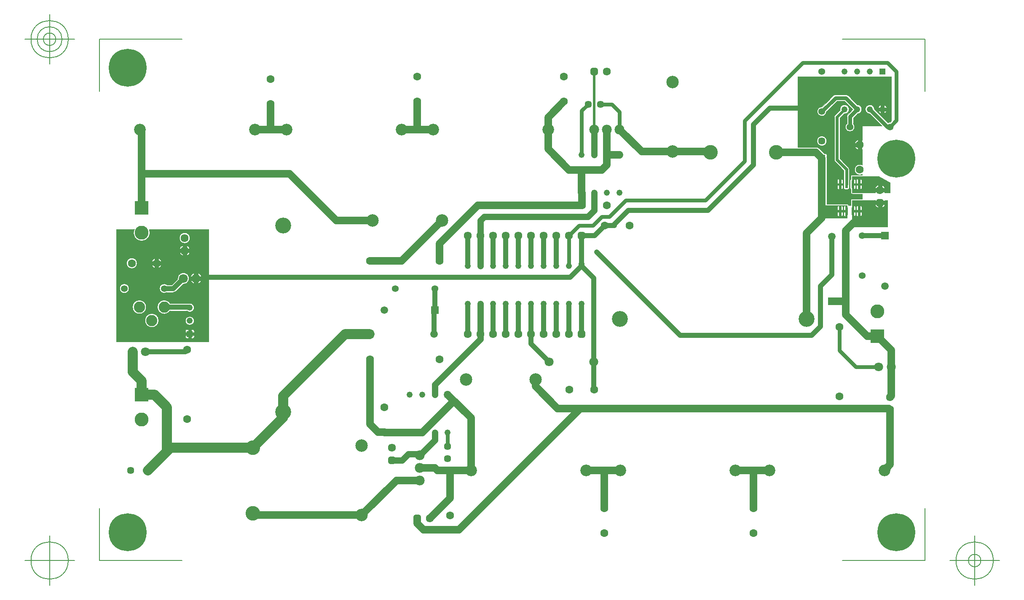
<source format=gbr>
G04 Generated by Ultiboard 13.0 *
%FSLAX25Y25*%
%MOIN*%

%ADD10C,0.00001*%
%ADD11C,0.00005*%
%ADD12C,0.06000*%
%ADD13C,0.05000*%
%ADD14C,0.03000*%
%ADD15C,0.08000*%
%ADD16C,0.04000*%
%ADD17C,0.02000*%
%ADD18C,0.02300*%
%ADD19C,0.00500*%
%ADD20C,0.09200*%
%ADD21C,0.06299*%
%ADD22C,0.07834*%
%ADD23C,0.05709*%
%ADD24C,0.11024*%
%ADD25R,0.11024X0.11024*%
%ADD26C,0.04900*%
%ADD27R,0.04900X0.04900*%
%ADD28C,0.12598*%
%ADD29R,0.02083X0.02083*%
%ADD30C,0.03917*%
%ADD31C,0.06334*%
%ADD32C,0.09843*%
%ADD33C,0.07087*%
%ADD34C,0.05906*%
%ADD35R,0.05906X0.05906*%
%ADD36C,0.08858*%
%ADD37C,0.05354*%
%ADD38C,0.03937*%
%ADD39C,0.11574*%
%ADD40R,0.05709X0.05709*%
%ADD41C,0.30000*%
%ADD42R,0.02362X0.06102*%


G04 ColorRGB 00FF00 for the following layer *
%LNCopper Top*%
%LPD*%
G54D10*
G36*
X594000Y285010D02*
X594000Y285010D01*
X602000Y285010D01*
X602000Y288990D01*
X594000Y288990D01*
G75*
D01*
G02X592990Y290000I0J1010*
G01*
X592990Y290000D01*
X592990Y292627D01*
G75*
D01*
G02X592312Y293579I329J952*
G01*
X592312Y293579D01*
X592312Y299681D01*
G74*
D01*
G02X592990Y300633I1007J0*
G01*
X592990Y300633D01*
X592990Y303000D01*
G75*
D01*
G02X594000Y304010I1010J0*
G01*
X594000Y304010D01*
X599807Y304010D01*
G75*
D01*
G02X602000Y311796I197J4146*
G01*
X602000Y311796D01*
X602000Y324204D01*
G74*
D01*
G02X601472Y323960I2001J3638*
G01*
X601472Y323960D01*
X601472Y326370D01*
X602000Y326370D01*
X602000Y329315D01*
X601472Y329315D01*
X601472Y331725D01*
G74*
D01*
G02X602000Y331481I1473J3881*
G01*
X602000Y331481D01*
X602000Y343000D01*
X617444Y343000D01*
X608077Y352367D01*
G75*
D01*
G02X611633Y355923I-76J3632*
G01*
X611633Y355923D01*
X622212Y345344D01*
G75*
D01*
G02X623869Y345678I1536J-3343*
G01*
X623869Y345678D01*
X625000Y346808D01*
X625000Y382000D01*
X551000Y382000D01*
X551000Y326022D01*
X565110Y326022D01*
G74*
D01*
G02X567957Y324841I0J4022*
G01*
X567957Y324841D01*
X571826Y320972D01*
X572854Y320972D01*
G74*
D01*
G02X573862Y319965I1J1007*
G01*
X573862Y319965D01*
X573862Y318234D01*
G74*
D01*
G02X574022Y317110I3862J1123*
G01*
X574022Y317110D01*
X574022Y281010D01*
X590000Y281010D01*
G74*
D01*
G02X591010Y280000I0J1010*
G01*
X591010Y280000D01*
X592990Y280000D01*
X592990Y284000D01*
G75*
D01*
G02X594000Y285010I1010J0*
G01*
D02*
G37*
%LPC*%
G36*
X616317Y356478D02*
G75*
D01*
G02X616317Y356478I1683J-478*
G01*
D02*
G37*
G36*
X587465Y352406D02*
X587465Y352406D01*
X584163Y349104D01*
X584163Y316896D01*
X591027Y310032D01*
G74*
D01*
G02X591663Y308500I1527J1532*
G01*
X591663Y308500D01*
X591663Y299906D01*
G74*
D01*
G02X591688Y299681I982J223*
G01*
X591688Y299681D01*
X591688Y293579D01*
G75*
D01*
G02X590681Y292571I-1007J-1*
G01*
X590681Y292571D01*
X588319Y292571D01*
G75*
D01*
G02X587312Y293579I1J1008*
G01*
X587312Y293579D01*
X587312Y299681D01*
G74*
D01*
G02X587337Y299906I1007J2*
G01*
X587337Y299906D01*
X587337Y307604D01*
X580471Y314471D01*
G75*
D01*
G02X579837Y316003I1528J1530*
G01*
X579837Y316003D01*
X579837Y349996D01*
G75*
D01*
G02X580471Y351529I2163J3*
G01*
X580471Y351529D01*
X584406Y355465D01*
G75*
D01*
G02X587465Y352406I3593J534*
G01*
D02*
G37*
G36*
X594367Y356077D02*
X594367Y356077D01*
X593965Y356478D01*
X593965Y356478D01*
X587958Y362485D01*
X581790Y362485D01*
X575783Y356478D01*
X575783Y356478D01*
X573678Y354373D01*
G75*
D01*
G02X570121Y357930I-3677J-120*
G01*
X570121Y357930D01*
X578970Y366778D01*
G74*
D01*
G02X580102Y367430I1778J1778*
G01*
G75*
D01*
G02X580748Y367515I648J-2429*
G01*
X580748Y367515D01*
X588996Y367515D01*
G75*
D01*
G02X589910Y367344I2J-2515*
G01*
G74*
D01*
G02X590781Y366775I910J2344*
G01*
X590781Y366775D01*
X597923Y359633D01*
G75*
D01*
G02X597923Y352367I0J-3633*
G01*
X597923Y352367D01*
X594767Y349210D01*
X594767Y344686D01*
G75*
D01*
G02X589737Y344686I-2515J-2685*
G01*
X589737Y344686D01*
X589737Y350249D01*
G75*
D01*
G02X590474Y352030I2515J2*
G01*
X590474Y352030D01*
X594367Y355923D01*
G75*
D01*
G02X594367Y356077I3632J77*
G01*
D02*
G37*
G36*
X600974Y327174D02*
G75*
D01*
G02X600974Y327174I-974J669*
G01*
D02*
G37*
G36*
X621397Y354711D02*
G74*
D01*
G02X619289Y352603I3397J1289*
G01*
X619289Y352603D01*
X619289Y354711D01*
X621397Y354711D01*
D02*
G37*
G36*
X616711Y352603D02*
G74*
D01*
G02X614603Y354711I1289J3397*
G01*
X614603Y354711D01*
X616711Y354711D01*
X616711Y352603D01*
D02*
G37*
G36*
X614603Y357289D02*
G74*
D01*
G02X616711Y359397I3397J1289*
G01*
X616711Y359397D01*
X616711Y357289D01*
X614603Y357289D01*
D02*
G37*
G36*
X619289Y359397D02*
G74*
D01*
G02X621397Y357289I1289J3397*
G01*
X621397Y357289D01*
X619289Y357289D01*
X619289Y359397D01*
D02*
G37*
G36*
X582312Y293579D02*
X582312Y293579D01*
X582312Y295854D01*
X583724Y295854D01*
X583724Y292571D01*
X583319Y292571D01*
G75*
D01*
G02X582312Y293579I1J1008*
G01*
D02*
G37*
G36*
X583319Y300688D02*
X583319Y300688D01*
X583724Y300688D01*
X583724Y297406D01*
X582312Y297406D01*
X582312Y299681D01*
G75*
D01*
G02X583319Y300688I1007J0*
G01*
D02*
G37*
G36*
X585681Y300688D02*
G74*
D01*
G02X586688Y299681I0J1007*
G01*
X586688Y299681D01*
X586688Y297406D01*
X585276Y297406D01*
X585276Y300688D01*
X585681Y300688D01*
D02*
G37*
G36*
X585681Y292571D02*
X585681Y292571D01*
X585276Y292571D01*
X585276Y295854D01*
X586688Y295854D01*
X586688Y293579D01*
G75*
D01*
G02X585681Y292571I-1007J-1*
G01*
D02*
G37*
G36*
X566143Y330890D02*
G75*
D01*
G02X566143Y330890I3857J0*
G01*
D02*
G37*
G36*
X596118Y329315D02*
G74*
D01*
G02X598528Y331725I3881J1471*
G01*
X598528Y331725D01*
X598528Y329315D01*
X596118Y329315D01*
D02*
G37*
G36*
X598528Y323960D02*
G74*
D01*
G02X596118Y326370I1472J3882*
G01*
X596118Y326370D01*
X598528Y326370D01*
X598528Y323960D01*
D02*
G37*
%LPD*%
G36*
X26139Y261000D02*
G75*
D01*
G03X37861Y261000I5861J-2843*
G01*
X37861Y261000D01*
X85000Y261000D01*
X85000Y172000D01*
X12000Y172000D01*
X12000Y261000D01*
X26139Y261000D01*
D02*
G37*
%LPC*%
G36*
X71226Y176751D02*
X71226Y176751D01*
X71226Y174543D01*
X72450Y174543D01*
G75*
D01*
G03X73457Y175550I0J1007*
G01*
X73457Y175550D01*
X73457Y176774D01*
X71249Y176774D01*
G75*
D01*
G03X71249Y179226I-1249J1226*
G01*
X71249Y179226D01*
X73457Y179226D01*
X73457Y180450D01*
G74*
D01*
G03X72450Y181457I1007J0*
G01*
X72450Y181457D01*
X71226Y181457D01*
X71226Y179249D01*
G75*
D01*
G03X68774Y179249I-1226J-1249*
G01*
X68774Y179249D01*
X68774Y181457D01*
X67550Y181457D01*
G75*
D01*
G03X66543Y180450I0J-1007*
G01*
X66543Y180450D01*
X66543Y179226D01*
X68751Y179226D01*
G75*
D01*
G03X68751Y176774I1249J-1226*
G01*
X68751Y176774D01*
X66543Y176774D01*
X66543Y175550D01*
G75*
D01*
G03X67550Y174543I1007J0*
G01*
X67550Y174543D01*
X68774Y174543D01*
X68774Y176751D01*
G75*
D01*
G03X71226Y176751I1226J1249*
G01*
D02*
G37*
G36*
X66548Y188433D02*
G75*
D01*
G03X66548Y188433I3452J0*
G01*
D02*
G37*
G36*
X34568Y188685D02*
G75*
D01*
G03X34568Y188685I5432J0*
G01*
D02*
G37*
G36*
X24726Y199315D02*
G75*
D01*
G03X24726Y199315I5431J0*
G01*
D02*
G37*
G36*
X67693Y196298D02*
G75*
D01*
G03X69862Y202316I2306J2569*
G01*
G74*
D01*
G03X69551Y202332I310J3001*
G01*
X69551Y202332D01*
X54359Y202332D01*
G75*
D01*
G03X54359Y196298I-4516J-3017*
G01*
X54359Y196298D01*
X67693Y196298D01*
D02*
G37*
G36*
X14572Y214000D02*
G75*
D01*
G03X14572Y214000I3680J0*
G01*
D02*
G37*
G36*
X70750Y223612D02*
X70750Y223612D01*
X73388Y223612D01*
X73388Y226250D01*
G74*
D01*
G03X70750Y223612I1612J4250*
G01*
D02*
G37*
G36*
X76612Y226250D02*
X76612Y226250D01*
X76612Y223612D01*
X79250Y223612D01*
G74*
D01*
G03X76612Y226250I4250J1612*
G01*
D02*
G37*
G36*
X79250Y220388D02*
X79250Y220388D01*
X76612Y220388D01*
X76612Y217750D01*
G74*
D01*
G03X79250Y220388I1612J4250*
G01*
D02*
G37*
G36*
X73388Y217750D02*
X73388Y217750D01*
X73388Y220388D01*
X70750Y220388D01*
G74*
D01*
G03X73388Y217750I4250J1612*
G01*
D02*
G37*
G36*
X73031Y222000D02*
G75*
D01*
G03X73031Y222000I1969J0*
G01*
D02*
G37*
G36*
X60462Y221729D02*
X60462Y221729D01*
X55750Y217017D01*
X51855Y217017D01*
G75*
D01*
G03X51855Y210983I-2105J-3017*
G01*
X51855Y210983D01*
X56999Y210983D01*
G75*
D01*
G03X57043Y210983I22J3017*
G01*
G74*
D01*
G03X59136Y211870I44J3017*
G01*
X59136Y211870D01*
X64729Y217462D01*
G75*
D01*
G03X60462Y221729I271J4538*
G01*
D02*
G37*
G36*
X20005Y234000D02*
G75*
D01*
G03X20005Y234000I4152J0*
G01*
D02*
G37*
G36*
X39960Y235472D02*
X39960Y235472D01*
X42370Y235472D01*
X42370Y237882D01*
G74*
D01*
G03X39960Y235472I1472J3882*
G01*
D02*
G37*
G36*
X45315Y237882D02*
X45315Y237882D01*
X45315Y235472D01*
X47725Y235472D01*
G74*
D01*
G03X45315Y237882I3881J1471*
G01*
D02*
G37*
G36*
X47725Y232528D02*
X47725Y232528D01*
X45315Y232528D01*
X45315Y230118D01*
G74*
D01*
G03X47725Y232528I1471J3881*
G01*
D02*
G37*
G36*
X42370Y230118D02*
X42370Y230118D01*
X42370Y232528D01*
X39960Y232528D01*
G74*
D01*
G03X42370Y230118I3882J1472*
G01*
D02*
G37*
G36*
X42661Y234000D02*
G75*
D01*
G03X42661Y234000I1182J0*
G01*
D02*
G37*
G36*
X67424Y240008D02*
G74*
D01*
G03X69992Y242576I381J2949*
G01*
X69992Y242576D01*
X67424Y242576D01*
X67424Y240008D01*
D02*
G37*
G36*
X69992Y245424D02*
G74*
D01*
G03X67424Y247992I2949J381*
G01*
X67424Y247992D01*
X67424Y245424D01*
X69992Y245424D01*
D02*
G37*
G36*
X64576Y247992D02*
G74*
D01*
G03X62008Y245424I381J2949*
G01*
X62008Y245424D01*
X64576Y245424D01*
X64576Y247992D01*
D02*
G37*
G36*
X62008Y242576D02*
G74*
D01*
G03X64576Y240008I2950J382*
G01*
X64576Y240008D01*
X64576Y242576D01*
X62008Y242576D01*
D02*
G37*
G36*
X64042Y244000D02*
G75*
D01*
G03X64042Y244000I1958J0*
G01*
D02*
G37*
G36*
X61831Y254000D02*
G75*
D01*
G03X61831Y254000I4169J0*
G01*
D02*
G37*
%LPD*%
G36*
X612142Y284000D02*
G74*
D01*
G03X612008Y283424I2816J959*
G01*
X612008Y283424D01*
X614576Y283424D01*
X614576Y284000D01*
X617424Y284000D01*
X617424Y283424D01*
X619992Y283424D01*
G74*
D01*
G03X619858Y284000I2949J383*
G01*
X619858Y284000D01*
X622000Y284000D01*
X622000Y263000D01*
X594000Y263000D01*
X594000Y284000D01*
X612142Y284000D01*
D02*
G37*
%LPC*%
G36*
X596688Y278421D02*
G74*
D01*
G03X595681Y279429I1007J1*
G01*
X595681Y279429D01*
X595276Y279429D01*
X595276Y276146D01*
X596688Y276146D01*
X596688Y278421D01*
D02*
G37*
G36*
X595681Y271312D02*
G75*
D01*
G03X596688Y272319I0J1007*
G01*
X596688Y272319D01*
X596688Y274594D01*
X595276Y274594D01*
X595276Y271312D01*
X595681Y271312D01*
D02*
G37*
G36*
X598319Y279429D02*
G75*
D01*
G03X597312Y278421I1J-1008*
G01*
X597312Y278421D01*
X597312Y276146D01*
X598724Y276146D01*
X598724Y279429D01*
X598319Y279429D01*
D02*
G37*
G36*
X601688Y278421D02*
G74*
D01*
G03X600681Y279429I1007J1*
G01*
X600681Y279429D01*
X600276Y279429D01*
X600276Y276146D01*
X601688Y276146D01*
X601688Y278421D01*
D02*
G37*
G36*
X600681Y271312D02*
G75*
D01*
G03X601688Y272319I0J1007*
G01*
X601688Y272319D01*
X601688Y274594D01*
X600276Y274594D01*
X600276Y271312D01*
X600681Y271312D01*
D02*
G37*
G36*
X598319Y271312D02*
X598319Y271312D01*
X598724Y271312D01*
X598724Y274594D01*
X597312Y274594D01*
X597312Y272319D01*
G75*
D01*
G03X598319Y271312I1007J0*
G01*
D02*
G37*
G36*
X617424Y278008D02*
G74*
D01*
G03X619992Y280576I382J2950*
G01*
X619992Y280576D01*
X617424Y280576D01*
X617424Y278008D01*
D02*
G37*
G36*
X612008Y280576D02*
G74*
D01*
G03X614576Y278008I2950J382*
G01*
X614576Y278008D01*
X614576Y280576D01*
X612008Y280576D01*
D02*
G37*
G36*
X614042Y282000D02*
G75*
D01*
G03X614042Y282000I1958J0*
G01*
D02*
G37*
%LPD*%
G36*
X619899Y290521D02*
X619899Y290521D01*
X617479Y290521D01*
X617479Y290000D01*
X614521Y290000D01*
X614521Y290521D01*
X612101Y290521D01*
G74*
D01*
G03X612341Y290000I3898J1480*
G01*
X612341Y290000D01*
X594000Y290000D01*
X594000Y303000D01*
X615000Y303000D01*
X624000Y298000D01*
X624000Y290000D01*
X619659Y290000D01*
G74*
D01*
G03X619899Y290521I3658J2001*
G01*
D02*
G37*
%LPC*%
G36*
X600681Y292571D02*
G75*
D01*
G03X601688Y293579I-1J1008*
G01*
X601688Y293579D01*
X601688Y295854D01*
X600276Y295854D01*
X600276Y292571D01*
X600681Y292571D01*
D02*
G37*
G36*
X597312Y293579D02*
G75*
D01*
G03X598319Y292571I1007J-1*
G01*
X598319Y292571D01*
X598724Y292571D01*
X598724Y295854D01*
X597312Y295854D01*
X597312Y293579D01*
D02*
G37*
G36*
X598319Y300688D02*
G75*
D01*
G03X597312Y299681I0J-1007*
G01*
X597312Y299681D01*
X597312Y297406D01*
X598724Y297406D01*
X598724Y300688D01*
X598319Y300688D01*
D02*
G37*
G36*
X600681Y300688D02*
X600681Y300688D01*
X600276Y300688D01*
X600276Y297406D01*
X601688Y297406D01*
X601688Y299681D01*
G74*
D01*
G03X600681Y300688I1007J0*
G01*
D02*
G37*
G36*
X595681Y292571D02*
G75*
D01*
G03X596688Y293579I-1J1008*
G01*
X596688Y293579D01*
X596688Y295854D01*
X595276Y295854D01*
X595276Y292571D01*
X595681Y292571D01*
D02*
G37*
G36*
X595681Y300688D02*
X595681Y300688D01*
X595276Y300688D01*
X595276Y297406D01*
X596688Y297406D01*
X596688Y299681D01*
G74*
D01*
G03X595681Y300688I1007J0*
G01*
D02*
G37*
G36*
X612101Y293479D02*
X612101Y293479D01*
X614521Y293479D01*
X614521Y295899D01*
G74*
D01*
G03X612101Y293479I1479J3899*
G01*
D02*
G37*
G36*
X617479Y295899D02*
X617479Y295899D01*
X617479Y293479D01*
X619899Y293479D01*
G74*
D01*
G03X617479Y295899I3899J1479*
G01*
D02*
G37*
G36*
X614250Y292000D02*
G75*
D01*
G03X614250Y292000I1750J0*
G01*
D02*
G37*
%LPD*%
G36*
X570000Y280000D02*
X570000Y280000D01*
X590000Y280000D01*
X590000Y270000D01*
X570000Y270000D01*
X570000Y280000D01*
D02*
G37*
%LPC*%
G36*
X583319Y279429D02*
G75*
D01*
G03X582312Y278421I1J-1008*
G01*
X582312Y278421D01*
X582312Y276146D01*
X583724Y276146D01*
X583724Y279429D01*
X583319Y279429D01*
D02*
G37*
G36*
X586688Y278421D02*
G74*
D01*
G03X585681Y279429I1007J1*
G01*
X585681Y279429D01*
X585276Y279429D01*
X585276Y276146D01*
X586688Y276146D01*
X586688Y278421D01*
D02*
G37*
G36*
X585681Y271312D02*
G75*
D01*
G03X586688Y272319I0J1007*
G01*
X586688Y272319D01*
X586688Y274594D01*
X585276Y274594D01*
X585276Y271312D01*
X585681Y271312D01*
D02*
G37*
G36*
X583319Y271312D02*
X583319Y271312D01*
X583724Y271312D01*
X583724Y274594D01*
X582312Y274594D01*
X582312Y272319D01*
G75*
D01*
G03X583319Y271312I1007J0*
G01*
D02*
G37*
G36*
X588319Y279429D02*
G75*
D01*
G03X587312Y278421I1J-1008*
G01*
X587312Y278421D01*
X587312Y276146D01*
X588724Y276146D01*
X588724Y279429D01*
X588319Y279429D01*
D02*
G37*
G36*
X588319Y271312D02*
X588319Y271312D01*
X588724Y271312D01*
X588724Y274594D01*
X587312Y274594D01*
X587312Y272319D01*
G75*
D01*
G03X588319Y271312I1007J0*
G01*
D02*
G37*
%LPD*%
G36*
X600193Y304010D02*
G74*
D01*
G03X602000Y304519I193J4147*
G01*
X602000Y304519D01*
X602000Y304010D01*
X600193Y304010D01*
D02*
G37*
G54D11*
X71226Y176751D02*
X71226Y174543D01*
X72450Y174543D01*
G75*
D01*
G03X73457Y175550I0J1007*
G01*
X73457Y176774D01*
X71249Y176774D01*
G75*
D01*
G03X71249Y179226I-1249J1226*
G01*
X73457Y179226D01*
X73457Y180450D01*
G74*
D01*
G03X72450Y181457I1007J0*
G01*
X71226Y181457D01*
X71226Y179249D01*
G75*
D01*
G03X68774Y179249I-1226J-1249*
G01*
X68774Y181457D01*
X67550Y181457D01*
G75*
D01*
G03X66543Y180450I0J-1007*
G01*
X66543Y179226D01*
X68751Y179226D01*
G75*
D01*
G03X68751Y176774I1249J-1226*
G01*
X66543Y176774D01*
X66543Y175550D01*
G75*
D01*
G03X67550Y174543I1007J0*
G01*
X68774Y174543D01*
X68774Y176751D01*
G75*
D01*
G03X71226Y176751I1226J1249*
G01*
X66548Y188433D02*
G75*
D01*
G03X66548Y188433I3452J0*
G01*
X34568Y188685D02*
G75*
D01*
G03X34568Y188685I5432J0*
G01*
X24726Y199315D02*
G75*
D01*
G03X24726Y199315I5431J0*
G01*
X67693Y196298D02*
G75*
D01*
G03X69862Y202316I2306J2569*
G01*
G74*
D01*
G03X69551Y202332I310J3001*
G01*
X54359Y202332D01*
G75*
D01*
G03X54359Y196298I-4516J-3017*
G01*
X67693Y196298D01*
X14572Y214000D02*
G75*
D01*
G03X14572Y214000I3680J0*
G01*
X70750Y223612D02*
X73388Y223612D01*
X73388Y226250D01*
G74*
D01*
G03X70750Y223612I1612J4250*
G01*
X76612Y226250D02*
X76612Y223612D01*
X79250Y223612D01*
G74*
D01*
G03X76612Y226250I4250J1612*
G01*
X79250Y220388D02*
X76612Y220388D01*
X76612Y217750D01*
G74*
D01*
G03X79250Y220388I1612J4250*
G01*
X73388Y217750D02*
X73388Y220388D01*
X70750Y220388D01*
G74*
D01*
G03X73388Y217750I4250J1612*
G01*
X73031Y222000D02*
G75*
D01*
G03X73031Y222000I1969J0*
G01*
X60462Y221729D02*
X55750Y217017D01*
X51855Y217017D01*
G75*
D01*
G03X51855Y210983I-2105J-3017*
G01*
X56999Y210983D01*
G75*
D01*
G03X57043Y210983I22J3017*
G01*
G74*
D01*
G03X59136Y211870I44J3017*
G01*
X64729Y217462D01*
G75*
D01*
G03X60462Y221729I271J4538*
G01*
X20005Y234000D02*
G75*
D01*
G03X20005Y234000I4152J0*
G01*
X39960Y235472D02*
X42370Y235472D01*
X42370Y237882D01*
G74*
D01*
G03X39960Y235472I1472J3882*
G01*
X45315Y237882D02*
X45315Y235472D01*
X47725Y235472D01*
G74*
D01*
G03X45315Y237882I3881J1471*
G01*
X47725Y232528D02*
X45315Y232528D01*
X45315Y230118D01*
G74*
D01*
G03X47725Y232528I1471J3881*
G01*
X42370Y230118D02*
X42370Y232528D01*
X39960Y232528D01*
G74*
D01*
G03X42370Y230118I3882J1472*
G01*
X42661Y234000D02*
G75*
D01*
G03X42661Y234000I1182J0*
G01*
X67424Y240008D02*
G74*
D01*
G03X69992Y242576I381J2949*
G01*
X67424Y242576D01*
X67424Y240008D01*
X69992Y245424D02*
G74*
D01*
G03X67424Y247992I2949J381*
G01*
X67424Y245424D01*
X69992Y245424D01*
X64576Y247992D02*
G74*
D01*
G03X62008Y245424I381J2949*
G01*
X64576Y245424D01*
X64576Y247992D01*
X62008Y242576D02*
G74*
D01*
G03X64576Y240008I2950J382*
G01*
X64576Y242576D01*
X62008Y242576D01*
X64042Y244000D02*
G75*
D01*
G03X64042Y244000I1958J0*
G01*
X61831Y254000D02*
G75*
D01*
G03X61831Y254000I4169J0*
G01*
X26139Y261000D02*
G75*
D01*
G03X37861Y261000I5861J-2843*
G01*
X85000Y261000D01*
X85000Y172000D01*
X12000Y172000D01*
X12000Y261000D01*
X26139Y261000D01*
X616317Y356478D02*
G75*
D01*
G02X616317Y356478I1683J-478*
G01*
X587465Y352406D02*
X584163Y349104D01*
X584163Y316896D01*
X591027Y310032D01*
G74*
D01*
G02X591663Y308500I1527J1532*
G01*
X591663Y299906D01*
G74*
D01*
G02X591688Y299681I982J223*
G01*
X591688Y293579D01*
G75*
D01*
G02X590681Y292571I-1007J-1*
G01*
X588319Y292571D01*
G75*
D01*
G02X587312Y293579I1J1008*
G01*
X587312Y299681D01*
G74*
D01*
G02X587337Y299906I1007J2*
G01*
X587337Y307604D01*
X580471Y314471D01*
G75*
D01*
G02X579837Y316003I1528J1530*
G01*
X579837Y349996D01*
G75*
D01*
G02X580471Y351529I2163J3*
G01*
X584406Y355465D01*
G75*
D01*
G02X587465Y352406I3593J534*
G01*
X594367Y356077D02*
X593965Y356478D01*
X593965Y356478D01*
X587958Y362485D01*
X581790Y362485D01*
X575783Y356478D01*
X575783Y356478D01*
X573678Y354373D01*
G75*
D01*
G02X570121Y357930I-3677J-120*
G01*
X578970Y366778D01*
G74*
D01*
G02X580102Y367430I1778J1778*
G01*
G75*
D01*
G02X580748Y367515I648J-2429*
G01*
X588996Y367515D01*
G75*
D01*
G02X589910Y367344I2J-2515*
G01*
G74*
D01*
G02X590781Y366775I910J2344*
G01*
X597923Y359633D01*
G75*
D01*
G02X597923Y352367I0J-3633*
G01*
X594767Y349210D01*
X594767Y344686D01*
G75*
D01*
G02X589737Y344686I-2515J-2685*
G01*
X589737Y350249D01*
G75*
D01*
G02X590474Y352030I2515J2*
G01*
X594367Y355923D01*
G75*
D01*
G02X594367Y356077I3632J77*
G01*
X600974Y327174D02*
G75*
D01*
G02X600974Y327174I-974J669*
G01*
X621397Y354711D02*
G74*
D01*
G02X619289Y352603I3397J1289*
G01*
X619289Y354711D01*
X621397Y354711D01*
X616711Y352603D02*
G74*
D01*
G02X614603Y354711I1289J3397*
G01*
X616711Y354711D01*
X616711Y352603D01*
X614603Y357289D02*
G74*
D01*
G02X616711Y359397I3397J1289*
G01*
X616711Y357289D01*
X614603Y357289D01*
X619289Y359397D02*
G74*
D01*
G02X621397Y357289I1289J3397*
G01*
X619289Y357289D01*
X619289Y359397D01*
X582312Y293579D02*
X582312Y295854D01*
X583724Y295854D01*
X583724Y292571D01*
X583319Y292571D01*
G75*
D01*
G02X582312Y293579I1J1008*
G01*
X583319Y300688D02*
X583724Y300688D01*
X583724Y297406D01*
X582312Y297406D01*
X582312Y299681D01*
G75*
D01*
G02X583319Y300688I1007J0*
G01*
X585681Y300688D02*
G74*
D01*
G02X586688Y299681I0J1007*
G01*
X586688Y297406D01*
X585276Y297406D01*
X585276Y300688D01*
X585681Y300688D01*
X585681Y292571D02*
X585276Y292571D01*
X585276Y295854D01*
X586688Y295854D01*
X586688Y293579D01*
G75*
D01*
G02X585681Y292571I-1007J-1*
G01*
X566143Y330890D02*
G75*
D01*
G02X566143Y330890I3857J0*
G01*
X596118Y329315D02*
G74*
D01*
G02X598528Y331725I3881J1471*
G01*
X598528Y329315D01*
X596118Y329315D01*
X598528Y323960D02*
G74*
D01*
G02X596118Y326370I1472J3882*
G01*
X598528Y326370D01*
X598528Y323960D01*
X594000Y285010D02*
X602000Y285010D01*
X602000Y288990D01*
X594000Y288990D01*
G75*
D01*
G02X592990Y290000I0J1010*
G01*
X592990Y292627D01*
G75*
D01*
G02X592312Y293579I329J952*
G01*
X592312Y299681D01*
G74*
D01*
G02X592990Y300633I1007J0*
G01*
X592990Y303000D01*
G75*
D01*
G02X594000Y304010I1010J0*
G01*
X599807Y304010D01*
G75*
D01*
G02X602000Y311796I197J4146*
G01*
X602000Y324204D01*
G74*
D01*
G02X601472Y323960I2001J3638*
G01*
X601472Y326370D01*
X602000Y326370D01*
X602000Y329315D01*
X601472Y329315D01*
X601472Y331725D01*
G74*
D01*
G02X602000Y331481I1473J3881*
G01*
X602000Y343000D01*
X617444Y343000D01*
X608077Y352367D01*
G75*
D01*
G02X611633Y355923I-76J3632*
G01*
X622212Y345344D01*
G75*
D01*
G02X623869Y345678I1536J-3343*
G01*
X625000Y346808D01*
X625000Y382000D01*
X551000Y382000D01*
X551000Y326022D01*
X565110Y326022D01*
G74*
D01*
G02X567957Y324841I0J4022*
G01*
X571826Y320972D01*
X572854Y320972D01*
G74*
D01*
G02X573862Y319965I1J1007*
G01*
X573862Y318234D01*
G74*
D01*
G02X574022Y317110I3862J1123*
G01*
X574022Y281010D01*
X590000Y281010D01*
G74*
D01*
G02X591010Y280000I0J1010*
G01*
X592990Y280000D01*
X592990Y284000D01*
G75*
D01*
G02X594000Y285010I1010J0*
G01*
X600193Y304010D02*
G74*
D01*
G03X602000Y304519I193J4147*
G01*
X602000Y304010D01*
X600193Y304010D01*
X583319Y279429D02*
G75*
D01*
G03X582312Y278421I1J-1008*
G01*
X582312Y276146D01*
X583724Y276146D01*
X583724Y279429D01*
X583319Y279429D01*
X586688Y278421D02*
G74*
D01*
G03X585681Y279429I1007J1*
G01*
X585276Y279429D01*
X585276Y276146D01*
X586688Y276146D01*
X586688Y278421D01*
X585681Y271312D02*
G75*
D01*
G03X586688Y272319I0J1007*
G01*
X586688Y274594D01*
X585276Y274594D01*
X585276Y271312D01*
X585681Y271312D01*
X583319Y271312D02*
X583724Y271312D01*
X583724Y274594D01*
X582312Y274594D01*
X582312Y272319D01*
G75*
D01*
G03X583319Y271312I1007J0*
G01*
X588319Y279429D02*
G75*
D01*
G03X587312Y278421I1J-1008*
G01*
X587312Y276146D01*
X588724Y276146D01*
X588724Y279429D01*
X588319Y279429D01*
X588319Y271312D02*
X588724Y271312D01*
X588724Y274594D01*
X587312Y274594D01*
X587312Y272319D01*
G75*
D01*
G03X588319Y271312I1007J0*
G01*
X570000Y280000D02*
X590000Y280000D01*
X590000Y270000D01*
X570000Y270000D01*
X570000Y280000D01*
X596688Y278421D02*
G74*
D01*
G03X595681Y279429I1007J1*
G01*
X595276Y279429D01*
X595276Y276146D01*
X596688Y276146D01*
X596688Y278421D01*
X595681Y271312D02*
G75*
D01*
G03X596688Y272319I0J1007*
G01*
X596688Y274594D01*
X595276Y274594D01*
X595276Y271312D01*
X595681Y271312D01*
X598319Y279429D02*
G75*
D01*
G03X597312Y278421I1J-1008*
G01*
X597312Y276146D01*
X598724Y276146D01*
X598724Y279429D01*
X598319Y279429D01*
X601688Y278421D02*
G74*
D01*
G03X600681Y279429I1007J1*
G01*
X600276Y279429D01*
X600276Y276146D01*
X601688Y276146D01*
X601688Y278421D01*
X600681Y271312D02*
G75*
D01*
G03X601688Y272319I0J1007*
G01*
X601688Y274594D01*
X600276Y274594D01*
X600276Y271312D01*
X600681Y271312D01*
X598319Y271312D02*
X598724Y271312D01*
X598724Y274594D01*
X597312Y274594D01*
X597312Y272319D01*
G75*
D01*
G03X598319Y271312I1007J0*
G01*
X617424Y278008D02*
G74*
D01*
G03X619992Y280576I382J2950*
G01*
X617424Y280576D01*
X617424Y278008D01*
X612008Y280576D02*
G74*
D01*
G03X614576Y278008I2950J382*
G01*
X614576Y280576D01*
X612008Y280576D01*
X614042Y282000D02*
G75*
D01*
G03X614042Y282000I1958J0*
G01*
X612142Y284000D02*
G74*
D01*
G03X612008Y283424I2816J959*
G01*
X614576Y283424D01*
X614576Y284000D01*
X617424Y284000D01*
X617424Y283424D01*
X619992Y283424D01*
G74*
D01*
G03X619858Y284000I2949J383*
G01*
X622000Y284000D01*
X622000Y263000D01*
X594000Y263000D01*
X594000Y284000D01*
X612142Y284000D01*
X600681Y292571D02*
G75*
D01*
G03X601688Y293579I-1J1008*
G01*
X601688Y295854D01*
X600276Y295854D01*
X600276Y292571D01*
X600681Y292571D01*
X597312Y293579D02*
G75*
D01*
G03X598319Y292571I1007J-1*
G01*
X598724Y292571D01*
X598724Y295854D01*
X597312Y295854D01*
X597312Y293579D01*
X598319Y300688D02*
G75*
D01*
G03X597312Y299681I0J-1007*
G01*
X597312Y297406D01*
X598724Y297406D01*
X598724Y300688D01*
X598319Y300688D01*
X600681Y300688D02*
X600276Y300688D01*
X600276Y297406D01*
X601688Y297406D01*
X601688Y299681D01*
G74*
D01*
G03X600681Y300688I1007J0*
G01*
X595681Y292571D02*
G75*
D01*
G03X596688Y293579I-1J1008*
G01*
X596688Y295854D01*
X595276Y295854D01*
X595276Y292571D01*
X595681Y292571D01*
X595681Y300688D02*
X595276Y300688D01*
X595276Y297406D01*
X596688Y297406D01*
X596688Y299681D01*
G74*
D01*
G03X595681Y300688I1007J0*
G01*
X612101Y293479D02*
X614521Y293479D01*
X614521Y295899D01*
G74*
D01*
G03X612101Y293479I1479J3899*
G01*
X617479Y295899D02*
X617479Y293479D01*
X619899Y293479D01*
G74*
D01*
G03X617479Y295899I3899J1479*
G01*
X614250Y292000D02*
G75*
D01*
G03X614250Y292000I1750J0*
G01*
X619899Y290521D02*
X617479Y290521D01*
X617479Y290000D01*
X614521Y290000D01*
X614521Y290521D01*
X612101Y290521D01*
G74*
D01*
G03X612341Y290000I3898J1480*
G01*
X594000Y290000D01*
X594000Y303000D01*
X615000Y303000D01*
X624000Y298000D01*
X624000Y290000D01*
X619659Y290000D01*
G74*
D01*
G03X619899Y290521I3658J2001*
G01*
G54D12*
X398000Y39843D02*
X398000Y70000D01*
X516000Y39843D02*
X516000Y70000D01*
X264000Y72000D02*
X252000Y72000D01*
X292500Y70000D02*
X266000Y70000D01*
X264000Y72000D01*
X292500Y111500D02*
X292500Y70000D01*
X410500Y70000D02*
X383500Y70000D01*
X528500Y70000D02*
X501500Y70000D01*
X624000Y118000D02*
X624000Y74500D01*
X619500Y70000D01*
X218843Y100157D02*
X212441Y106559D01*
X224157Y100000D02*
X254000Y100000D01*
X224000Y100157D02*
X218843Y100157D01*
X254000Y100000D02*
X279000Y125000D01*
X212441Y106559D02*
X212441Y158000D01*
X274000Y130000D02*
X292500Y111500D01*
X343559Y136441D02*
X361000Y119000D01*
X623000Y119000D02*
X624000Y118000D01*
X625000Y129000D02*
X625000Y165157D01*
X625000Y129000D02*
X624000Y128000D01*
X343559Y142000D02*
X343559Y136441D01*
X625000Y165157D02*
X614000Y176157D01*
X606000Y176157D02*
X589000Y193157D01*
X614000Y176157D02*
X606000Y176157D01*
X557819Y257819D02*
X557819Y190000D01*
X578000Y204000D02*
X587000Y204000D01*
X589000Y206000D01*
X212441Y236000D02*
X237559Y236000D01*
X269559Y268000D01*
X267559Y249559D02*
X267559Y236000D01*
X298000Y280000D02*
X267559Y249559D01*
X570000Y270000D02*
X557819Y257819D01*
X186000Y268000D02*
X149000Y305000D01*
X214441Y268000D02*
X186000Y268000D01*
X570000Y317110D02*
X570000Y270000D01*
X380157Y280000D02*
X298000Y280000D01*
X380157Y280000D02*
X380157Y289843D01*
X380000Y290000D02*
X380000Y308000D01*
X149000Y305000D02*
X32000Y305000D01*
X353500Y324500D02*
X370000Y308000D01*
X396000Y308000D01*
X400000Y312000D01*
X400000Y340000D01*
X565110Y322000D02*
X570000Y317110D01*
X353500Y324500D02*
X353500Y349657D01*
X410000Y320000D02*
X400000Y320000D01*
X410000Y340000D02*
X427559Y322441D01*
X481559Y322441D01*
X534000Y322000D02*
X565110Y322000D01*
X134000Y360157D02*
X134000Y340000D01*
X237500Y340000D02*
X262500Y340000D01*
X250000Y362157D02*
X250000Y340000D01*
X353500Y349657D02*
X366000Y362157D01*
X121500Y340000D02*
X146500Y340000D01*
X32000Y338500D02*
X30500Y340000D01*
X32000Y277843D02*
X32000Y338500D01*
X276000Y48000D02*
X276000Y70000D01*
X276000Y48000D02*
X260000Y32000D01*
X250000Y32000D02*
X250000Y28000D01*
X255000Y23000D01*
X283000Y23000D01*
X379000Y119000D01*
X361000Y119000D02*
X379000Y119000D01*
X380000Y119000D02*
X623000Y119000D01*
X252000Y62000D02*
X233559Y62000D01*
X206000Y34441D01*
X121559Y34441D01*
X120000Y36000D01*
X589000Y260000D02*
X589000Y193157D01*
X589000Y260000D02*
X595000Y266000D01*
G54D13*
X252000Y82000D02*
X264000Y94000D01*
X264000Y94000D02*
X264000Y100000D01*
X264000Y138000D02*
X264000Y130000D01*
X300000Y174000D02*
X264000Y138000D01*
X300000Y174000D02*
X300000Y202000D01*
X300000Y232000D02*
X300000Y268000D01*
X303000Y271000D02*
X300000Y268000D01*
X303000Y271000D02*
X385000Y271000D01*
X390000Y276000D02*
X385000Y271000D01*
X390000Y276000D02*
X390000Y290000D01*
X390000Y320000D02*
X390000Y340000D01*
X230000Y78000D02*
X238000Y78000D01*
X243000Y83000D01*
X251000Y83000D01*
X252000Y82000D01*
G54D14*
X274000Y100000D02*
X274000Y88921D01*
X584000Y165000D02*
X597000Y152000D01*
X615000Y152000D01*
X584000Y165000D02*
X584000Y183559D01*
X370000Y232000D02*
X370000Y256000D01*
X378000Y264000D02*
X370000Y256000D01*
X389000Y264000D02*
X378000Y264000D01*
X396000Y271000D02*
X389000Y264000D01*
X402000Y271000D02*
X396000Y271000D01*
X415000Y284000D02*
X402000Y271000D01*
X478000Y284000D02*
X415000Y284000D01*
X509000Y315000D02*
X478000Y284000D01*
X509000Y347000D02*
X509000Y315000D01*
X380000Y320000D02*
X380000Y354921D01*
X410000Y354000D02*
X410000Y340000D01*
X555000Y393000D02*
X509000Y347000D01*
X592252Y342000D02*
X592252Y350252D01*
X622000Y342000D02*
X608000Y356000D01*
X623748Y342000D02*
X629000Y347252D01*
X623748Y342000D02*
X622000Y342000D01*
X629000Y347252D02*
X629000Y386000D01*
X380000Y354921D02*
X385079Y360000D01*
X404000Y360000D02*
X410000Y354000D01*
X580748Y365000D02*
X570000Y354252D01*
X592252Y350252D02*
X598000Y356000D01*
X589000Y365000D01*
X394921Y360000D02*
X404000Y360000D01*
X589000Y365000D02*
X580748Y365000D01*
X629000Y386000D02*
X622000Y393000D01*
X555000Y393000D02*
X622000Y393000D01*
G54D15*
X32000Y129843D02*
X32000Y141000D01*
X144000Y129000D02*
X192965Y177965D01*
X32000Y141000D02*
X25000Y148000D01*
X25000Y148000D02*
X25000Y164000D01*
X192965Y177965D02*
X212167Y177965D01*
X32000Y129843D02*
X42157Y129843D01*
X52000Y120000D01*
X52000Y85110D01*
X120000Y88000D02*
X54890Y88000D01*
X36890Y70000D01*
X120000Y88000D02*
X144000Y112000D01*
X144000Y129000D01*
G54D16*
X389717Y134126D02*
X389717Y222283D01*
X340000Y170283D02*
X354283Y156000D01*
X35000Y164000D02*
X66441Y164000D01*
X68000Y165559D01*
X340000Y170283D02*
X340000Y202000D01*
X263348Y177965D02*
X263348Y196321D01*
X290000Y202000D02*
X290000Y178000D01*
X310000Y202000D02*
X310000Y178000D01*
X320000Y202000D02*
X320000Y178000D01*
X330000Y202000D02*
X330000Y178000D01*
X350000Y202000D02*
X350000Y178000D01*
X360000Y202000D02*
X360000Y178000D01*
X370000Y202000D02*
X370000Y178000D01*
X380000Y202000D02*
X380000Y178000D01*
X458000Y177000D02*
X392000Y243000D01*
X562000Y177000D02*
X458000Y177000D01*
X569000Y184000D02*
X562000Y177000D01*
X569000Y216000D02*
X569000Y184000D01*
X49843Y199315D02*
X69551Y199315D01*
X263915Y213965D02*
X263915Y196888D01*
X57000Y214000D02*
X49748Y214000D01*
X65000Y222000D02*
X57000Y214000D01*
X83000Y223000D02*
X371000Y223000D01*
X380000Y232000D02*
X371000Y223000D01*
X389717Y222283D02*
X380000Y232000D01*
X578000Y225000D02*
X569000Y216000D01*
X578000Y255181D02*
X578000Y225000D01*
X290000Y232000D02*
X290000Y256000D01*
X310000Y232000D02*
X310000Y256000D01*
X320000Y232000D02*
X320000Y256000D01*
X330000Y232000D02*
X330000Y256000D01*
X340000Y232000D02*
X340000Y256000D01*
X350000Y232000D02*
X350000Y256000D01*
X360000Y232000D02*
X360000Y256000D01*
X380000Y256000D02*
X380000Y232000D01*
X380000Y256000D02*
X390157Y256000D01*
X398157Y264000D01*
X620000Y256000D02*
X602252Y256000D01*
X398157Y264000D02*
X406000Y264000D01*
X406000Y265000D01*
X417000Y276000D01*
X417000Y276000D02*
X480000Y276000D01*
X516000Y312000D01*
X516000Y312000D02*
X516000Y344000D01*
X516000Y344000D02*
X529000Y357000D01*
X529000Y357000D02*
X560000Y357000D01*
G54D17*
X390000Y340000D02*
X390000Y386000D01*
G54D18*
X589500Y308500D02*
X589500Y296630D01*
X582000Y316000D02*
X589500Y308500D01*
X582000Y350000D02*
X582000Y316000D01*
X588000Y356000D02*
X582000Y350000D01*
G54D19*
X-1500Y-1500D02*
X-1500Y39800D01*
X-1500Y-1500D02*
X63800Y-1500D01*
X651500Y-1500D02*
X586200Y-1500D01*
X651500Y-1500D02*
X651500Y39800D01*
X651500Y411500D02*
X651500Y370200D01*
X651500Y411500D02*
X586200Y411500D01*
X-1500Y411500D02*
X63800Y411500D01*
X-1500Y411500D02*
X-1500Y370200D01*
X-21185Y-1500D02*
X-60555Y-1500D01*
X-40870Y-21185D02*
X-40870Y18185D01*
X-55634Y-1500D02*
G75*
D01*
G02X-55634Y-1500I14764J0*
G01*
X671185Y-1500D02*
X710555Y-1500D01*
X690870Y-21185D02*
X690870Y18185D01*
X676106Y-1500D02*
G75*
D01*
G02X676106Y-1500I14764J0*
G01*
X685949Y-1500D02*
G75*
D01*
G02X685949Y-1500I4921J0*
G01*
X-21185Y411500D02*
X-60555Y411500D01*
X-40870Y391815D02*
X-40870Y431185D01*
X-55634Y411500D02*
G75*
D01*
G02X-55634Y411500I14764J0*
G01*
X-50713Y411500D02*
G75*
D01*
G02X-50713Y411500I9843J0*
G01*
X-45791Y411500D02*
G75*
D01*
G02X-45791Y411500I4921J0*
G01*
G54D20*
X383500Y70000D03*
X292500Y70000D03*
X501500Y70000D03*
X410500Y70000D03*
X619500Y70000D03*
X528500Y70000D03*
X146500Y340000D03*
X237500Y340000D03*
X262500Y340000D03*
X353500Y340000D03*
X30500Y340000D03*
X121500Y340000D03*
G54D21*
X398000Y20157D03*
X398000Y39843D03*
X516000Y20157D03*
X516000Y39843D03*
X276000Y34157D03*
X276000Y53843D03*
X224000Y119843D03*
X224000Y100157D03*
X68000Y110441D03*
X68000Y165559D03*
X584000Y128441D03*
X584000Y183559D03*
X370157Y134000D03*
X389843Y134000D03*
X267559Y158000D03*
X212441Y158000D03*
X212441Y236000D03*
X267559Y236000D03*
X24157Y234000D03*
X43843Y234000D03*
X417843Y264000D03*
X398157Y264000D03*
X399843Y280000D03*
X380157Y280000D03*
X134000Y379843D03*
X134000Y360157D03*
X250000Y381843D03*
X250000Y362157D03*
X366000Y381843D03*
X366000Y362157D03*
X600000Y308157D03*
X600000Y327843D03*
G54D22*
X252000Y82000D03*
X252000Y62000D03*
X252000Y72000D03*
X390000Y340000D03*
X410000Y340000D03*
X400000Y340000D03*
G54D23*
X274000Y88921D03*
X274000Y79079D03*
X570000Y330890D03*
X385079Y360000D03*
X394921Y360000D03*
X23110Y70000D03*
G54D24*
X32000Y110157D03*
X614000Y195843D03*
X32000Y258157D03*
G54D25*
X32000Y129843D03*
X614000Y176157D03*
X32000Y277843D03*
G54D26*
X274000Y100000D03*
X264000Y130000D03*
X244000Y130000D03*
X254000Y130000D03*
X244000Y100000D03*
X264000Y100000D03*
X254000Y100000D03*
X70000Y188433D03*
X70000Y198866D03*
X380000Y202000D03*
X370000Y232000D03*
X350000Y232000D03*
X360000Y232000D03*
X340000Y232000D03*
X320000Y232000D03*
X330000Y232000D03*
X310000Y232000D03*
X300000Y232000D03*
X290000Y232000D03*
X320000Y202000D03*
X350000Y202000D03*
X370000Y202000D03*
X360000Y202000D03*
X340000Y202000D03*
X330000Y202000D03*
X310000Y202000D03*
X300000Y202000D03*
X290000Y202000D03*
X380000Y320000D03*
X390000Y290000D03*
X410000Y290000D03*
X400000Y290000D03*
X410000Y320000D03*
X390000Y320000D03*
X400000Y320000D03*
X618000Y356000D03*
X608000Y386000D03*
X588000Y386000D03*
X598000Y386000D03*
X588000Y356000D03*
X608000Y356000D03*
X598000Y356000D03*
G54D27*
X274000Y130000D03*
X70000Y178000D03*
X380000Y232000D03*
X380000Y290000D03*
X618000Y386000D03*
G54D28*
X144000Y263819D03*
X144000Y116181D03*
X410181Y190000D03*
X557819Y190000D03*
G54D29*
X624000Y118000D03*
X380000Y178000D03*
X66000Y244000D03*
X380000Y256000D03*
X616000Y282000D03*
X390000Y386000D03*
X250000Y32000D03*
X230000Y78000D03*
G54D30*
X622959Y116959D02*
X625041Y116959D01*
X625041Y119041D01*
X622959Y119041D01*
X622959Y116959D01*D02*
X378959Y176959D02*
X381041Y176959D01*
X381041Y179041D01*
X378959Y179041D01*
X378959Y176959D01*D02*
X64959Y242959D02*
X67041Y242959D01*
X67041Y245041D01*
X64959Y245041D01*
X64959Y242959D01*D02*
X378959Y254959D02*
X381041Y254959D01*
X381041Y257041D01*
X378959Y257041D01*
X378959Y254959D01*D02*
X614959Y280959D02*
X617041Y280959D01*
X617041Y283041D01*
X614959Y283041D01*
X614959Y280959D01*D02*
X388959Y384959D02*
X391041Y384959D01*
X391041Y387041D01*
X388959Y387041D01*
X388959Y384959D01*D02*
X248959Y30959D02*
X251041Y30959D01*
X251041Y33041D01*
X248959Y33041D01*
X248959Y30959D01*D02*
X228959Y76959D02*
X231041Y76959D01*
X231041Y79041D01*
X228959Y79041D01*
X228959Y76959D01*D02*
G54D31*
X624000Y128000D03*
X350000Y178000D03*
X360000Y178000D03*
X370000Y178000D03*
X330000Y178000D03*
X340000Y178000D03*
X320000Y178000D03*
X300000Y178000D03*
X310000Y178000D03*
X290000Y178000D03*
X66000Y254000D03*
X350000Y256000D03*
X360000Y256000D03*
X370000Y256000D03*
X330000Y256000D03*
X340000Y256000D03*
X320000Y256000D03*
X300000Y256000D03*
X310000Y256000D03*
X290000Y256000D03*
X616000Y292000D03*
X400000Y386000D03*
X260000Y32000D03*
X230000Y88000D03*
G54D32*
X288441Y142000D03*
X343559Y142000D03*
X269559Y268000D03*
X214441Y268000D03*
X452000Y377559D03*
X452000Y322441D03*
X206000Y89559D03*
X206000Y34441D03*
G54D33*
X615000Y152000D03*
X625000Y152000D03*
X35000Y164000D03*
X25000Y164000D03*
X354283Y156000D03*
X389717Y156000D03*
X65000Y222000D03*
X75000Y222000D03*
G54D34*
X263348Y177965D03*
X223865Y196838D03*
X578000Y255181D03*
X620000Y216000D03*
G54D35*
X212167Y177965D03*
X263865Y196838D03*
X578000Y204000D03*
X620000Y256000D03*
G54D36*
X49843Y199315D03*
X30157Y199315D03*
X40000Y188685D03*
G54D37*
X18252Y214000D03*
X49748Y214000D03*
X232419Y213965D03*
X263915Y213965D03*
X602000Y224252D03*
X602000Y255748D03*
X623748Y342000D03*
X592252Y342000D03*
X570000Y354252D03*
X570000Y385748D03*
G54D38*
X392000Y243000D03*
G54D39*
X482000Y322000D03*
X534000Y322000D03*
X120000Y36000D03*
X120000Y88000D03*
G54D40*
X570000Y317110D03*
X36890Y70000D03*
G54D41*
X629000Y21000D03*
X21000Y21000D03*
X629000Y317000D03*
X21000Y389000D03*
G54D42*
X594500Y275370D03*
X599500Y275370D03*
X584500Y275370D03*
X589500Y275370D03*
X599500Y296630D03*
X594500Y296630D03*
X589500Y296630D03*
X584500Y296630D03*

M02*

</source>
